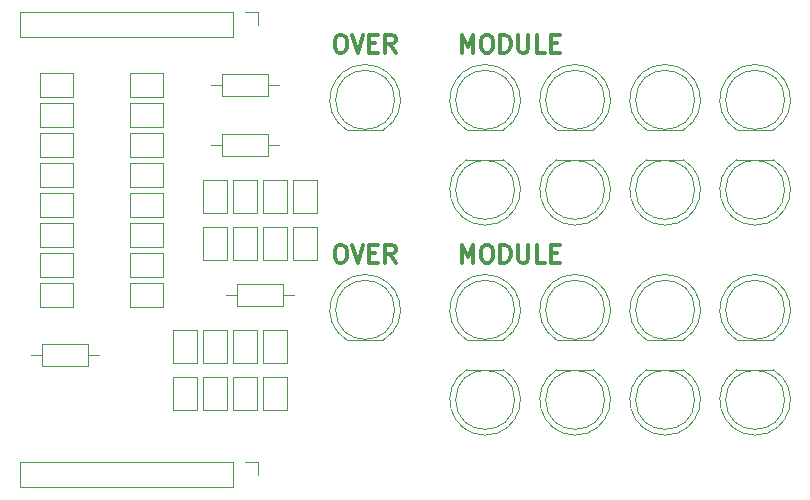
<source format=gto>
%TF.GenerationSoftware,KiCad,Pcbnew,7.0.8*%
%TF.CreationDate,2023-10-10T01:17:21-07:00*%
%TF.ProjectId,htpm_control_module_display,6874706d-5f63-46f6-9e74-726f6c5f6d6f,1*%
%TF.SameCoordinates,Original*%
%TF.FileFunction,Legend,Top*%
%TF.FilePolarity,Positive*%
%FSLAX46Y46*%
G04 Gerber Fmt 4.6, Leading zero omitted, Abs format (unit mm)*
G04 Created by KiCad (PCBNEW 7.0.8) date 2023-10-10 01:17:21*
%MOMM*%
%LPD*%
G01*
G04 APERTURE LIST*
%ADD10C,0.300000*%
%ADD11C,0.120000*%
G04 APERTURE END LIST*
D10*
X145334510Y-93780828D02*
X145334510Y-92280828D01*
X145334510Y-92280828D02*
X145834510Y-93352257D01*
X145834510Y-93352257D02*
X146334510Y-92280828D01*
X146334510Y-92280828D02*
X146334510Y-93780828D01*
X147334511Y-92280828D02*
X147620225Y-92280828D01*
X147620225Y-92280828D02*
X147763082Y-92352257D01*
X147763082Y-92352257D02*
X147905939Y-92495114D01*
X147905939Y-92495114D02*
X147977368Y-92780828D01*
X147977368Y-92780828D02*
X147977368Y-93280828D01*
X147977368Y-93280828D02*
X147905939Y-93566542D01*
X147905939Y-93566542D02*
X147763082Y-93709400D01*
X147763082Y-93709400D02*
X147620225Y-93780828D01*
X147620225Y-93780828D02*
X147334511Y-93780828D01*
X147334511Y-93780828D02*
X147191654Y-93709400D01*
X147191654Y-93709400D02*
X147048796Y-93566542D01*
X147048796Y-93566542D02*
X146977368Y-93280828D01*
X146977368Y-93280828D02*
X146977368Y-92780828D01*
X146977368Y-92780828D02*
X147048796Y-92495114D01*
X147048796Y-92495114D02*
X147191654Y-92352257D01*
X147191654Y-92352257D02*
X147334511Y-92280828D01*
X148620225Y-93780828D02*
X148620225Y-92280828D01*
X148620225Y-92280828D02*
X148977368Y-92280828D01*
X148977368Y-92280828D02*
X149191654Y-92352257D01*
X149191654Y-92352257D02*
X149334511Y-92495114D01*
X149334511Y-92495114D02*
X149405940Y-92637971D01*
X149405940Y-92637971D02*
X149477368Y-92923685D01*
X149477368Y-92923685D02*
X149477368Y-93137971D01*
X149477368Y-93137971D02*
X149405940Y-93423685D01*
X149405940Y-93423685D02*
X149334511Y-93566542D01*
X149334511Y-93566542D02*
X149191654Y-93709400D01*
X149191654Y-93709400D02*
X148977368Y-93780828D01*
X148977368Y-93780828D02*
X148620225Y-93780828D01*
X150120225Y-92280828D02*
X150120225Y-93495114D01*
X150120225Y-93495114D02*
X150191654Y-93637971D01*
X150191654Y-93637971D02*
X150263083Y-93709400D01*
X150263083Y-93709400D02*
X150405940Y-93780828D01*
X150405940Y-93780828D02*
X150691654Y-93780828D01*
X150691654Y-93780828D02*
X150834511Y-93709400D01*
X150834511Y-93709400D02*
X150905940Y-93637971D01*
X150905940Y-93637971D02*
X150977368Y-93495114D01*
X150977368Y-93495114D02*
X150977368Y-92280828D01*
X152405940Y-93780828D02*
X151691654Y-93780828D01*
X151691654Y-93780828D02*
X151691654Y-92280828D01*
X152905940Y-92995114D02*
X153405940Y-92995114D01*
X153620226Y-93780828D02*
X152905940Y-93780828D01*
X152905940Y-93780828D02*
X152905940Y-92280828D01*
X152905940Y-92280828D02*
X153620226Y-92280828D01*
X134945714Y-74500828D02*
X135231428Y-74500828D01*
X135231428Y-74500828D02*
X135374285Y-74572257D01*
X135374285Y-74572257D02*
X135517142Y-74715114D01*
X135517142Y-74715114D02*
X135588571Y-75000828D01*
X135588571Y-75000828D02*
X135588571Y-75500828D01*
X135588571Y-75500828D02*
X135517142Y-75786542D01*
X135517142Y-75786542D02*
X135374285Y-75929400D01*
X135374285Y-75929400D02*
X135231428Y-76000828D01*
X135231428Y-76000828D02*
X134945714Y-76000828D01*
X134945714Y-76000828D02*
X134802857Y-75929400D01*
X134802857Y-75929400D02*
X134659999Y-75786542D01*
X134659999Y-75786542D02*
X134588571Y-75500828D01*
X134588571Y-75500828D02*
X134588571Y-75000828D01*
X134588571Y-75000828D02*
X134659999Y-74715114D01*
X134659999Y-74715114D02*
X134802857Y-74572257D01*
X134802857Y-74572257D02*
X134945714Y-74500828D01*
X136017143Y-74500828D02*
X136517143Y-76000828D01*
X136517143Y-76000828D02*
X137017143Y-74500828D01*
X137517142Y-75215114D02*
X138017142Y-75215114D01*
X138231428Y-76000828D02*
X137517142Y-76000828D01*
X137517142Y-76000828D02*
X137517142Y-74500828D01*
X137517142Y-74500828D02*
X138231428Y-74500828D01*
X139731428Y-76000828D02*
X139231428Y-75286542D01*
X138874285Y-76000828D02*
X138874285Y-74500828D01*
X138874285Y-74500828D02*
X139445714Y-74500828D01*
X139445714Y-74500828D02*
X139588571Y-74572257D01*
X139588571Y-74572257D02*
X139660000Y-74643685D01*
X139660000Y-74643685D02*
X139731428Y-74786542D01*
X139731428Y-74786542D02*
X139731428Y-75000828D01*
X139731428Y-75000828D02*
X139660000Y-75143685D01*
X139660000Y-75143685D02*
X139588571Y-75215114D01*
X139588571Y-75215114D02*
X139445714Y-75286542D01*
X139445714Y-75286542D02*
X138874285Y-75286542D01*
X145334510Y-76000828D02*
X145334510Y-74500828D01*
X145334510Y-74500828D02*
X145834510Y-75572257D01*
X145834510Y-75572257D02*
X146334510Y-74500828D01*
X146334510Y-74500828D02*
X146334510Y-76000828D01*
X147334511Y-74500828D02*
X147620225Y-74500828D01*
X147620225Y-74500828D02*
X147763082Y-74572257D01*
X147763082Y-74572257D02*
X147905939Y-74715114D01*
X147905939Y-74715114D02*
X147977368Y-75000828D01*
X147977368Y-75000828D02*
X147977368Y-75500828D01*
X147977368Y-75500828D02*
X147905939Y-75786542D01*
X147905939Y-75786542D02*
X147763082Y-75929400D01*
X147763082Y-75929400D02*
X147620225Y-76000828D01*
X147620225Y-76000828D02*
X147334511Y-76000828D01*
X147334511Y-76000828D02*
X147191654Y-75929400D01*
X147191654Y-75929400D02*
X147048796Y-75786542D01*
X147048796Y-75786542D02*
X146977368Y-75500828D01*
X146977368Y-75500828D02*
X146977368Y-75000828D01*
X146977368Y-75000828D02*
X147048796Y-74715114D01*
X147048796Y-74715114D02*
X147191654Y-74572257D01*
X147191654Y-74572257D02*
X147334511Y-74500828D01*
X148620225Y-76000828D02*
X148620225Y-74500828D01*
X148620225Y-74500828D02*
X148977368Y-74500828D01*
X148977368Y-74500828D02*
X149191654Y-74572257D01*
X149191654Y-74572257D02*
X149334511Y-74715114D01*
X149334511Y-74715114D02*
X149405940Y-74857971D01*
X149405940Y-74857971D02*
X149477368Y-75143685D01*
X149477368Y-75143685D02*
X149477368Y-75357971D01*
X149477368Y-75357971D02*
X149405940Y-75643685D01*
X149405940Y-75643685D02*
X149334511Y-75786542D01*
X149334511Y-75786542D02*
X149191654Y-75929400D01*
X149191654Y-75929400D02*
X148977368Y-76000828D01*
X148977368Y-76000828D02*
X148620225Y-76000828D01*
X150120225Y-74500828D02*
X150120225Y-75715114D01*
X150120225Y-75715114D02*
X150191654Y-75857971D01*
X150191654Y-75857971D02*
X150263083Y-75929400D01*
X150263083Y-75929400D02*
X150405940Y-76000828D01*
X150405940Y-76000828D02*
X150691654Y-76000828D01*
X150691654Y-76000828D02*
X150834511Y-75929400D01*
X150834511Y-75929400D02*
X150905940Y-75857971D01*
X150905940Y-75857971D02*
X150977368Y-75715114D01*
X150977368Y-75715114D02*
X150977368Y-74500828D01*
X152405940Y-76000828D02*
X151691654Y-76000828D01*
X151691654Y-76000828D02*
X151691654Y-74500828D01*
X152905940Y-75215114D02*
X153405940Y-75215114D01*
X153620226Y-76000828D02*
X152905940Y-76000828D01*
X152905940Y-76000828D02*
X152905940Y-74500828D01*
X152905940Y-74500828D02*
X153620226Y-74500828D01*
X134945714Y-92280828D02*
X135231428Y-92280828D01*
X135231428Y-92280828D02*
X135374285Y-92352257D01*
X135374285Y-92352257D02*
X135517142Y-92495114D01*
X135517142Y-92495114D02*
X135588571Y-92780828D01*
X135588571Y-92780828D02*
X135588571Y-93280828D01*
X135588571Y-93280828D02*
X135517142Y-93566542D01*
X135517142Y-93566542D02*
X135374285Y-93709400D01*
X135374285Y-93709400D02*
X135231428Y-93780828D01*
X135231428Y-93780828D02*
X134945714Y-93780828D01*
X134945714Y-93780828D02*
X134802857Y-93709400D01*
X134802857Y-93709400D02*
X134659999Y-93566542D01*
X134659999Y-93566542D02*
X134588571Y-93280828D01*
X134588571Y-93280828D02*
X134588571Y-92780828D01*
X134588571Y-92780828D02*
X134659999Y-92495114D01*
X134659999Y-92495114D02*
X134802857Y-92352257D01*
X134802857Y-92352257D02*
X134945714Y-92280828D01*
X136017143Y-92280828D02*
X136517143Y-93780828D01*
X136517143Y-93780828D02*
X137017143Y-92280828D01*
X137517142Y-92995114D02*
X138017142Y-92995114D01*
X138231428Y-93780828D02*
X137517142Y-93780828D01*
X137517142Y-93780828D02*
X137517142Y-92280828D01*
X137517142Y-92280828D02*
X138231428Y-92280828D01*
X139731428Y-93780828D02*
X139231428Y-93066542D01*
X138874285Y-93780828D02*
X138874285Y-92280828D01*
X138874285Y-92280828D02*
X139445714Y-92280828D01*
X139445714Y-92280828D02*
X139588571Y-92352257D01*
X139588571Y-92352257D02*
X139660000Y-92423685D01*
X139660000Y-92423685D02*
X139731428Y-92566542D01*
X139731428Y-92566542D02*
X139731428Y-92780828D01*
X139731428Y-92780828D02*
X139660000Y-92923685D01*
X139660000Y-92923685D02*
X139588571Y-92995114D01*
X139588571Y-92995114D02*
X139445714Y-93066542D01*
X139445714Y-93066542D02*
X138874285Y-93066542D01*
D11*
%TO.C,D7*%
X148865000Y-85070000D02*
X145775000Y-85070000D01*
X147319538Y-90619999D02*
G75*
G03*
X148864830Y-85070001I462J2989999D01*
G01*
X145775170Y-85070000D02*
G75*
G03*
X147320462Y-90620000I1544830J-2560000D01*
G01*
X149820000Y-87630000D02*
G75*
G03*
X149820000Y-87630000I-2500000J0D01*
G01*
%TO.C,JP8*%
X131080000Y-93565000D02*
X131080000Y-90765000D01*
X133080000Y-93565000D02*
X131080000Y-93565000D01*
X131080000Y-90765000D02*
X133080000Y-90765000D01*
X133080000Y-90765000D02*
X133080000Y-93565000D01*
%TO.C,J1*%
X128060000Y-110700000D02*
X128060000Y-111760000D01*
X127000000Y-110700000D02*
X128060000Y-110700000D01*
X126000000Y-110700000D02*
X107940000Y-110700000D01*
X126000000Y-110700000D02*
X126000000Y-112820000D01*
X107940000Y-110700000D02*
X107940000Y-112820000D01*
X126000000Y-112820000D02*
X107940000Y-112820000D01*
%TO.C,D13*%
X161015000Y-100350000D02*
X164105000Y-100350000D01*
X162560462Y-94800001D02*
G75*
G03*
X161015170Y-100349999I-462J-2989999D01*
G01*
X164104830Y-100350000D02*
G75*
G03*
X162559538Y-94800000I-1544830J2560000D01*
G01*
X165060000Y-97790000D02*
G75*
G03*
X165060000Y-97790000I-2500000J0D01*
G01*
%TO.C,D2*%
X135615000Y-100350000D02*
X138705000Y-100350000D01*
X137160462Y-94800001D02*
G75*
G03*
X135615170Y-100349999I-462J-2989999D01*
G01*
X138704830Y-100350000D02*
G75*
G03*
X137159538Y-94800000I-1544830J2560000D01*
G01*
X139660000Y-97790000D02*
G75*
G03*
X139660000Y-97790000I-2500000J0D01*
G01*
%TO.C,JP6*%
X126000000Y-93565000D02*
X126000000Y-90765000D01*
X128000000Y-93565000D02*
X126000000Y-93565000D01*
X126000000Y-90765000D02*
X128000000Y-90765000D01*
X128000000Y-90765000D02*
X128000000Y-93565000D01*
%TO.C,D6*%
X168635000Y-82570000D02*
X171725000Y-82570000D01*
X170180462Y-77020001D02*
G75*
G03*
X168635170Y-82569999I-462J-2989999D01*
G01*
X171724830Y-82570000D02*
G75*
G03*
X170179538Y-77020000I-1544830J2560000D01*
G01*
X172680000Y-80010000D02*
G75*
G03*
X172680000Y-80010000I-2500000J0D01*
G01*
%TO.C,D18*%
X171725000Y-102850000D02*
X168635000Y-102850000D01*
X170179538Y-108399999D02*
G75*
G03*
X171724830Y-102850001I462J2989999D01*
G01*
X168635170Y-102850000D02*
G75*
G03*
X170180462Y-108400000I1544830J-2560000D01*
G01*
X172680000Y-105410000D02*
G75*
G03*
X172680000Y-105410000I-2500000J0D01*
G01*
%TO.C,JP29*%
X112435000Y-87360000D02*
X109635000Y-87360000D01*
X112435000Y-85360000D02*
X112435000Y-87360000D01*
X109635000Y-87360000D02*
X109635000Y-85360000D01*
X109635000Y-85360000D02*
X112435000Y-85360000D01*
%TO.C,D5*%
X161015000Y-82570000D02*
X164105000Y-82570000D01*
X162560462Y-77020001D02*
G75*
G03*
X161015170Y-82569999I-462J-2989999D01*
G01*
X164104830Y-82570000D02*
G75*
G03*
X162559538Y-77020000I-1544830J2560000D01*
G01*
X165060000Y-80010000D02*
G75*
G03*
X165060000Y-80010000I-2500000J0D01*
G01*
%TO.C,JP9*%
X122920000Y-99475000D02*
X122920000Y-102275000D01*
X120920000Y-99475000D02*
X122920000Y-99475000D01*
X122920000Y-102275000D02*
X120920000Y-102275000D01*
X120920000Y-102275000D02*
X120920000Y-99475000D01*
%TO.C,JP17*%
X117255000Y-77740000D02*
X120055000Y-77740000D01*
X117255000Y-79740000D02*
X117255000Y-77740000D01*
X120055000Y-77740000D02*
X120055000Y-79740000D01*
X120055000Y-79740000D02*
X117255000Y-79740000D01*
%TO.C,JP12*%
X130540000Y-99475000D02*
X130540000Y-102275000D01*
X128540000Y-99475000D02*
X130540000Y-99475000D01*
X130540000Y-102275000D02*
X128540000Y-102275000D01*
X128540000Y-102275000D02*
X128540000Y-99475000D01*
%TO.C,R3*%
X108890000Y-101600000D02*
X109840000Y-101600000D01*
X109840000Y-100680000D02*
X109840000Y-102520000D01*
X109840000Y-102520000D02*
X113680000Y-102520000D01*
X113680000Y-100680000D02*
X109840000Y-100680000D01*
X113680000Y-102520000D02*
X113680000Y-100680000D01*
X114630000Y-101600000D02*
X113680000Y-101600000D01*
%TO.C,J2*%
X128060000Y-72600000D02*
X128060000Y-73660000D01*
X127000000Y-72600000D02*
X128060000Y-72600000D01*
X126000000Y-72600000D02*
X107940000Y-72600000D01*
X126000000Y-72600000D02*
X126000000Y-74720000D01*
X107940000Y-72600000D02*
X107940000Y-74720000D01*
X126000000Y-74720000D02*
X107940000Y-74720000D01*
%TO.C,JP27*%
X112435000Y-92440000D02*
X109635000Y-92440000D01*
X112435000Y-90440000D02*
X112435000Y-92440000D01*
X109635000Y-92440000D02*
X109635000Y-90440000D01*
X109635000Y-90440000D02*
X112435000Y-90440000D01*
%TO.C,JP26*%
X112435000Y-94980000D02*
X109635000Y-94980000D01*
X112435000Y-92980000D02*
X112435000Y-94980000D01*
X109635000Y-94980000D02*
X109635000Y-92980000D01*
X109635000Y-92980000D02*
X112435000Y-92980000D01*
%TO.C,JP31*%
X112435000Y-82280000D02*
X109635000Y-82280000D01*
X112435000Y-80280000D02*
X112435000Y-82280000D01*
X109635000Y-82280000D02*
X109635000Y-80280000D01*
X109635000Y-80280000D02*
X112435000Y-80280000D01*
%TO.C,JP30*%
X112435000Y-84820000D02*
X109635000Y-84820000D01*
X112435000Y-82820000D02*
X112435000Y-84820000D01*
X109635000Y-84820000D02*
X109635000Y-82820000D01*
X109635000Y-82820000D02*
X112435000Y-82820000D01*
%TO.C,JP2*%
X128000000Y-86775000D02*
X128000000Y-89575000D01*
X126000000Y-86775000D02*
X128000000Y-86775000D01*
X128000000Y-89575000D02*
X126000000Y-89575000D01*
X126000000Y-89575000D02*
X126000000Y-86775000D01*
%TO.C,JP24*%
X117255000Y-95520000D02*
X120055000Y-95520000D01*
X117255000Y-97520000D02*
X117255000Y-95520000D01*
X120055000Y-95520000D02*
X120055000Y-97520000D01*
X120055000Y-97520000D02*
X117255000Y-97520000D01*
%TO.C,R2*%
X125400000Y-96520000D02*
X126350000Y-96520000D01*
X126350000Y-95600000D02*
X126350000Y-97440000D01*
X126350000Y-97440000D02*
X130190000Y-97440000D01*
X130190000Y-95600000D02*
X126350000Y-95600000D01*
X130190000Y-97440000D02*
X130190000Y-95600000D01*
X131140000Y-96520000D02*
X130190000Y-96520000D01*
%TO.C,D4*%
X153395000Y-82570000D02*
X156485000Y-82570000D01*
X154940462Y-77020001D02*
G75*
G03*
X153395170Y-82569999I-462J-2989999D01*
G01*
X156484830Y-82570000D02*
G75*
G03*
X154939538Y-77020000I-1544830J2560000D01*
G01*
X157440000Y-80010000D02*
G75*
G03*
X157440000Y-80010000I-2500000J0D01*
G01*
%TO.C,JP5*%
X123460000Y-93565000D02*
X123460000Y-90765000D01*
X125460000Y-93565000D02*
X123460000Y-93565000D01*
X123460000Y-90765000D02*
X125460000Y-90765000D01*
X125460000Y-90765000D02*
X125460000Y-93565000D01*
%TO.C,R4*%
X124130000Y-83820000D02*
X125080000Y-83820000D01*
X125080000Y-82900000D02*
X125080000Y-84740000D01*
X125080000Y-84740000D02*
X128920000Y-84740000D01*
X128920000Y-82900000D02*
X125080000Y-82900000D01*
X128920000Y-84740000D02*
X128920000Y-82900000D01*
X129870000Y-83820000D02*
X128920000Y-83820000D01*
%TO.C,JP10*%
X125460000Y-99475000D02*
X125460000Y-102275000D01*
X123460000Y-99475000D02*
X125460000Y-99475000D01*
X125460000Y-102275000D02*
X123460000Y-102275000D01*
X123460000Y-102275000D02*
X123460000Y-99475000D01*
%TO.C,D14*%
X168635000Y-100350000D02*
X171725000Y-100350000D01*
X170180462Y-94800001D02*
G75*
G03*
X168635170Y-100349999I-462J-2989999D01*
G01*
X171724830Y-100350000D02*
G75*
G03*
X170179538Y-94800000I-1544830J2560000D01*
G01*
X172680000Y-97790000D02*
G75*
G03*
X172680000Y-97790000I-2500000J0D01*
G01*
%TO.C,JP20*%
X117255000Y-85360000D02*
X120055000Y-85360000D01*
X117255000Y-87360000D02*
X117255000Y-85360000D01*
X120055000Y-85360000D02*
X120055000Y-87360000D01*
X120055000Y-87360000D02*
X117255000Y-87360000D01*
%TO.C,D12*%
X153395000Y-100350000D02*
X156485000Y-100350000D01*
X154940462Y-94800001D02*
G75*
G03*
X153395170Y-100349999I-462J-2989999D01*
G01*
X156484830Y-100350000D02*
G75*
G03*
X154939538Y-94800000I-1544830J2560000D01*
G01*
X157440000Y-97790000D02*
G75*
G03*
X157440000Y-97790000I-2500000J0D01*
G01*
%TO.C,D9*%
X164105000Y-85070000D02*
X161015000Y-85070000D01*
X162559538Y-90619999D02*
G75*
G03*
X164104830Y-85070001I462J2989999D01*
G01*
X161015170Y-85070000D02*
G75*
G03*
X162560462Y-90620000I1544830J-2560000D01*
G01*
X165060000Y-87630000D02*
G75*
G03*
X165060000Y-87630000I-2500000J0D01*
G01*
%TO.C,D3*%
X145775000Y-82570000D02*
X148865000Y-82570000D01*
X147320462Y-77020001D02*
G75*
G03*
X145775170Y-82569999I-462J-2989999D01*
G01*
X148864830Y-82570000D02*
G75*
G03*
X147319538Y-77020000I-1544830J2560000D01*
G01*
X149820000Y-80010000D02*
G75*
G03*
X149820000Y-80010000I-2500000J0D01*
G01*
%TO.C,D17*%
X164105000Y-102850000D02*
X161015000Y-102850000D01*
X162559538Y-108399999D02*
G75*
G03*
X164104830Y-102850001I462J2989999D01*
G01*
X161015170Y-102850000D02*
G75*
G03*
X162560462Y-108400000I1544830J-2560000D01*
G01*
X165060000Y-105410000D02*
G75*
G03*
X165060000Y-105410000I-2500000J0D01*
G01*
%TO.C,JP19*%
X117255000Y-82820000D02*
X120055000Y-82820000D01*
X117255000Y-84820000D02*
X117255000Y-82820000D01*
X120055000Y-82820000D02*
X120055000Y-84820000D01*
X120055000Y-84820000D02*
X117255000Y-84820000D01*
%TO.C,D10*%
X171725000Y-85070000D02*
X168635000Y-85070000D01*
X170179538Y-90619999D02*
G75*
G03*
X171724830Y-85070001I462J2989999D01*
G01*
X168635170Y-85070000D02*
G75*
G03*
X170180462Y-90620000I1544830J-2560000D01*
G01*
X172680000Y-87630000D02*
G75*
G03*
X172680000Y-87630000I-2500000J0D01*
G01*
%TO.C,JP32*%
X112435000Y-79740000D02*
X109635000Y-79740000D01*
X112435000Y-77740000D02*
X112435000Y-79740000D01*
X109635000Y-79740000D02*
X109635000Y-77740000D01*
X109635000Y-77740000D02*
X112435000Y-77740000D01*
%TO.C,JP14*%
X123460000Y-106265000D02*
X123460000Y-103465000D01*
X125460000Y-106265000D02*
X123460000Y-106265000D01*
X123460000Y-103465000D02*
X125460000Y-103465000D01*
X125460000Y-103465000D02*
X125460000Y-106265000D01*
%TO.C,JP18*%
X117255000Y-80280000D02*
X120055000Y-80280000D01*
X117255000Y-82280000D02*
X117255000Y-80280000D01*
X120055000Y-80280000D02*
X120055000Y-82280000D01*
X120055000Y-82280000D02*
X117255000Y-82280000D01*
%TO.C,JP1*%
X125460000Y-86775000D02*
X125460000Y-89575000D01*
X123460000Y-86775000D02*
X125460000Y-86775000D01*
X125460000Y-89575000D02*
X123460000Y-89575000D01*
X123460000Y-89575000D02*
X123460000Y-86775000D01*
%TO.C,JP7*%
X128540000Y-93565000D02*
X128540000Y-90765000D01*
X130540000Y-93565000D02*
X128540000Y-93565000D01*
X128540000Y-90765000D02*
X130540000Y-90765000D01*
X130540000Y-90765000D02*
X130540000Y-93565000D01*
%TO.C,D1*%
X135615000Y-82570000D02*
X138705000Y-82570000D01*
X137160462Y-77020001D02*
G75*
G03*
X135615170Y-82569999I-462J-2989999D01*
G01*
X138704830Y-82570000D02*
G75*
G03*
X137159538Y-77020000I-1544830J2560000D01*
G01*
X139660000Y-80010000D02*
G75*
G03*
X139660000Y-80010000I-2500000J0D01*
G01*
%TO.C,JP13*%
X120920000Y-106265000D02*
X120920000Y-103465000D01*
X122920000Y-106265000D02*
X120920000Y-106265000D01*
X120920000Y-103465000D02*
X122920000Y-103465000D01*
X122920000Y-103465000D02*
X122920000Y-106265000D01*
%TO.C,JP23*%
X117255000Y-92980000D02*
X120055000Y-92980000D01*
X117255000Y-94980000D02*
X117255000Y-92980000D01*
X120055000Y-92980000D02*
X120055000Y-94980000D01*
X120055000Y-94980000D02*
X117255000Y-94980000D01*
%TO.C,JP28*%
X112435000Y-89900000D02*
X109635000Y-89900000D01*
X112435000Y-87900000D02*
X112435000Y-89900000D01*
X109635000Y-89900000D02*
X109635000Y-87900000D01*
X109635000Y-87900000D02*
X112435000Y-87900000D01*
%TO.C,D16*%
X156485000Y-102850000D02*
X153395000Y-102850000D01*
X154939538Y-108399999D02*
G75*
G03*
X156484830Y-102850001I462J2989999D01*
G01*
X153395170Y-102850000D02*
G75*
G03*
X154940462Y-108400000I1544830J-2560000D01*
G01*
X157440000Y-105410000D02*
G75*
G03*
X157440000Y-105410000I-2500000J0D01*
G01*
%TO.C,JP4*%
X133080000Y-86775000D02*
X133080000Y-89575000D01*
X131080000Y-86775000D02*
X133080000Y-86775000D01*
X133080000Y-89575000D02*
X131080000Y-89575000D01*
X131080000Y-89575000D02*
X131080000Y-86775000D01*
%TO.C,JP11*%
X128000000Y-99475000D02*
X128000000Y-102275000D01*
X126000000Y-99475000D02*
X128000000Y-99475000D01*
X128000000Y-102275000D02*
X126000000Y-102275000D01*
X126000000Y-102275000D02*
X126000000Y-99475000D01*
%TO.C,JP16*%
X128540000Y-106265000D02*
X128540000Y-103465000D01*
X130540000Y-106265000D02*
X128540000Y-106265000D01*
X128540000Y-103465000D02*
X130540000Y-103465000D01*
X130540000Y-103465000D02*
X130540000Y-106265000D01*
%TO.C,JP15*%
X126000000Y-106265000D02*
X126000000Y-103465000D01*
X128000000Y-106265000D02*
X126000000Y-106265000D01*
X126000000Y-103465000D02*
X128000000Y-103465000D01*
X128000000Y-103465000D02*
X128000000Y-106265000D01*
%TO.C,JP21*%
X117255000Y-87900000D02*
X120055000Y-87900000D01*
X117255000Y-89900000D02*
X117255000Y-87900000D01*
X120055000Y-87900000D02*
X120055000Y-89900000D01*
X120055000Y-89900000D02*
X117255000Y-89900000D01*
%TO.C,JP25*%
X112435000Y-97520000D02*
X109635000Y-97520000D01*
X112435000Y-95520000D02*
X112435000Y-97520000D01*
X109635000Y-97520000D02*
X109635000Y-95520000D01*
X109635000Y-95520000D02*
X112435000Y-95520000D01*
%TO.C,R1*%
X124130000Y-78740000D02*
X125080000Y-78740000D01*
X125080000Y-77820000D02*
X125080000Y-79660000D01*
X125080000Y-79660000D02*
X128920000Y-79660000D01*
X128920000Y-77820000D02*
X125080000Y-77820000D01*
X128920000Y-79660000D02*
X128920000Y-77820000D01*
X129870000Y-78740000D02*
X128920000Y-78740000D01*
%TO.C,D8*%
X156485000Y-85070000D02*
X153395000Y-85070000D01*
X154939538Y-90619999D02*
G75*
G03*
X156484830Y-85070001I462J2989999D01*
G01*
X153395170Y-85070000D02*
G75*
G03*
X154940462Y-90620000I1544830J-2560000D01*
G01*
X157440000Y-87630000D02*
G75*
G03*
X157440000Y-87630000I-2500000J0D01*
G01*
%TO.C,JP22*%
X117255000Y-90440000D02*
X120055000Y-90440000D01*
X117255000Y-92440000D02*
X117255000Y-90440000D01*
X120055000Y-90440000D02*
X120055000Y-92440000D01*
X120055000Y-92440000D02*
X117255000Y-92440000D01*
%TO.C,D15*%
X148865000Y-102850000D02*
X145775000Y-102850000D01*
X147319538Y-108399999D02*
G75*
G03*
X148864830Y-102850001I462J2989999D01*
G01*
X145775170Y-102850000D02*
G75*
G03*
X147320462Y-108400000I1544830J-2560000D01*
G01*
X149820000Y-105410000D02*
G75*
G03*
X149820000Y-105410000I-2500000J0D01*
G01*
%TO.C,JP3*%
X130540000Y-86775000D02*
X130540000Y-89575000D01*
X128540000Y-86775000D02*
X130540000Y-86775000D01*
X130540000Y-89575000D02*
X128540000Y-89575000D01*
X128540000Y-89575000D02*
X128540000Y-86775000D01*
%TO.C,D11*%
X145775000Y-100350000D02*
X148865000Y-100350000D01*
X147320462Y-94800001D02*
G75*
G03*
X145775170Y-100349999I-462J-2989999D01*
G01*
X148864830Y-100350000D02*
G75*
G03*
X147319538Y-94800000I-1544830J2560000D01*
G01*
X149820000Y-97790000D02*
G75*
G03*
X149820000Y-97790000I-2500000J0D01*
G01*
%TD*%
M02*

</source>
